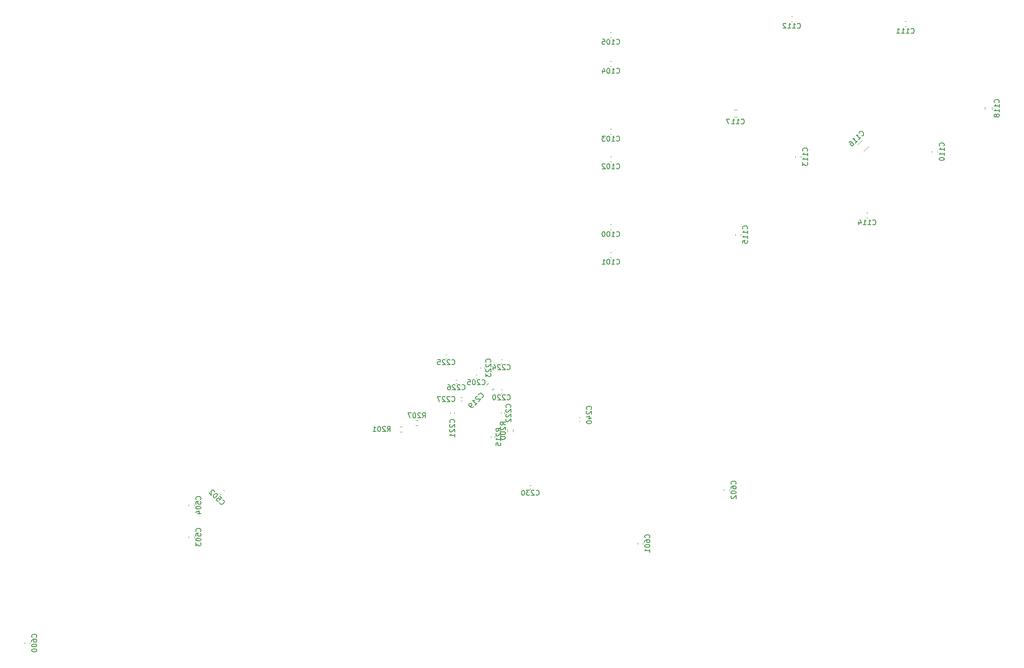
<source format=gbo>
G04 #@! TF.GenerationSoftware,KiCad,Pcbnew,5.1.9*
G04 #@! TF.CreationDate,2020-12-27T07:37:23+01:00*
G04 #@! TF.ProjectId,atx040-main-pcb,61747830-3430-42d6-9d61-696e2d706362,rev?*
G04 #@! TF.SameCoordinates,Original*
G04 #@! TF.FileFunction,Legend,Bot*
G04 #@! TF.FilePolarity,Positive*
%FSLAX46Y46*%
G04 Gerber Fmt 4.6, Leading zero omitted, Abs format (unit mm)*
G04 Created by KiCad (PCBNEW 5.1.9) date 2020-12-27 07:37:23*
%MOMM*%
%LPD*%
G01*
G04 APERTURE LIST*
%ADD10C,0.120000*%
%ADD11C,0.150000*%
G04 APERTURE END LIST*
D10*
X174750000Y-144920580D02*
X174750000Y-144639420D01*
X175770000Y-144920580D02*
X175770000Y-144639420D01*
X157605000Y-155575580D02*
X157605000Y-155294420D01*
X158625000Y-155575580D02*
X158625000Y-155294420D01*
X35685000Y-175400580D02*
X35685000Y-175119420D01*
X36705000Y-175400580D02*
X36705000Y-175119420D01*
X128370000Y-134403641D02*
X128370000Y-134096359D01*
X129130000Y-134403641D02*
X129130000Y-134096359D01*
X228065000Y-69095252D02*
X228065000Y-68572748D01*
X226595000Y-69095252D02*
X226595000Y-68572748D01*
X176776748Y-70585000D02*
X177299252Y-70585000D01*
X176776748Y-69115000D02*
X177299252Y-69115000D01*
X202297464Y-75053602D02*
X201291602Y-76059464D01*
X203584398Y-76340536D02*
X202578536Y-77346398D01*
X178056000Y-94120580D02*
X178056000Y-93839420D01*
X177036000Y-94120580D02*
X177036000Y-93839420D01*
X203059420Y-90680000D02*
X203340580Y-90680000D01*
X203059420Y-89660000D02*
X203340580Y-89660000D01*
X189994000Y-78626580D02*
X189994000Y-78345420D01*
X188974000Y-78626580D02*
X188974000Y-78345420D01*
X188073420Y-51564000D02*
X188354580Y-51564000D01*
X188073420Y-50544000D02*
X188354580Y-50544000D01*
X210679420Y-52580000D02*
X210960580Y-52580000D01*
X210679420Y-51560000D02*
X210960580Y-51560000D01*
X217172000Y-77610580D02*
X217172000Y-77329420D01*
X216152000Y-77610580D02*
X216152000Y-77329420D01*
X152109420Y-53740000D02*
X152390580Y-53740000D01*
X152109420Y-54760000D02*
X152390580Y-54760000D01*
X152109420Y-59490000D02*
X152390580Y-59490000D01*
X152109420Y-60510000D02*
X152390580Y-60510000D01*
X152109420Y-72990000D02*
X152390580Y-72990000D01*
X152109420Y-74010000D02*
X152390580Y-74010000D01*
X152109420Y-78490000D02*
X152390580Y-78490000D01*
X152109420Y-79510000D02*
X152390580Y-79510000D01*
X152109420Y-97490000D02*
X152390580Y-97490000D01*
X152109420Y-98510000D02*
X152390580Y-98510000D01*
X152109420Y-91990000D02*
X152390580Y-91990000D01*
X152109420Y-93010000D02*
X152390580Y-93010000D01*
X68324000Y-147968580D02*
X68324000Y-147687420D01*
X69344000Y-147968580D02*
X69344000Y-147687420D01*
X68324000Y-154318580D02*
X68324000Y-154037420D01*
X69344000Y-154318580D02*
X69344000Y-154037420D01*
X75191219Y-144827970D02*
X75390030Y-145026781D01*
X74469970Y-145549219D02*
X74668781Y-145748030D01*
X146107836Y-130390000D02*
X145892164Y-130390000D01*
X146107836Y-131110000D02*
X145892164Y-131110000D01*
X136142164Y-143890000D02*
X136357836Y-143890000D01*
X136142164Y-144610000D02*
X136357836Y-144610000D01*
X122392164Y-126390000D02*
X122607836Y-126390000D01*
X122392164Y-127110000D02*
X122607836Y-127110000D01*
X121392164Y-122890000D02*
X121607836Y-122890000D01*
X121392164Y-123610000D02*
X121607836Y-123610000D01*
X119392164Y-117890000D02*
X119607836Y-117890000D01*
X119392164Y-118610000D02*
X119607836Y-118610000D01*
X130392164Y-118890000D02*
X130607836Y-118890000D01*
X130392164Y-119610000D02*
X130607836Y-119610000D01*
X126390000Y-120607836D02*
X126390000Y-120392164D01*
X127110000Y-120607836D02*
X127110000Y-120392164D01*
X130390000Y-129607836D02*
X130390000Y-129392164D01*
X131110000Y-129607836D02*
X131110000Y-129392164D01*
X120390000Y-129607836D02*
X120390000Y-129392164D01*
X121110000Y-129607836D02*
X121110000Y-129392164D01*
X130392164Y-124890000D02*
X130607836Y-124890000D01*
X130392164Y-125610000D02*
X130607836Y-125610000D01*
X127545543Y-123915010D02*
X127915010Y-123545543D01*
X128584990Y-124954457D02*
X128954457Y-124584990D01*
X125392164Y-121890000D02*
X125607836Y-121890000D01*
X125392164Y-122610000D02*
X125607836Y-122610000D01*
X113902258Y-130922500D02*
X113427742Y-130922500D01*
X113902258Y-131967500D02*
X113427742Y-131967500D01*
X110727258Y-132192500D02*
X110252742Y-132192500D01*
X110727258Y-133237500D02*
X110252742Y-133237500D01*
X131727500Y-132762742D02*
X131727500Y-133237258D01*
X132772500Y-132762742D02*
X132772500Y-133237258D01*
D11*
X177047142Y-143660952D02*
X177094761Y-143613333D01*
X177142380Y-143470476D01*
X177142380Y-143375238D01*
X177094761Y-143232380D01*
X176999523Y-143137142D01*
X176904285Y-143089523D01*
X176713809Y-143041904D01*
X176570952Y-143041904D01*
X176380476Y-143089523D01*
X176285238Y-143137142D01*
X176190000Y-143232380D01*
X176142380Y-143375238D01*
X176142380Y-143470476D01*
X176190000Y-143613333D01*
X176237619Y-143660952D01*
X176142380Y-144518095D02*
X176142380Y-144327619D01*
X176190000Y-144232380D01*
X176237619Y-144184761D01*
X176380476Y-144089523D01*
X176570952Y-144041904D01*
X176951904Y-144041904D01*
X177047142Y-144089523D01*
X177094761Y-144137142D01*
X177142380Y-144232380D01*
X177142380Y-144422857D01*
X177094761Y-144518095D01*
X177047142Y-144565714D01*
X176951904Y-144613333D01*
X176713809Y-144613333D01*
X176618571Y-144565714D01*
X176570952Y-144518095D01*
X176523333Y-144422857D01*
X176523333Y-144232380D01*
X176570952Y-144137142D01*
X176618571Y-144089523D01*
X176713809Y-144041904D01*
X176142380Y-145232380D02*
X176142380Y-145327619D01*
X176190000Y-145422857D01*
X176237619Y-145470476D01*
X176332857Y-145518095D01*
X176523333Y-145565714D01*
X176761428Y-145565714D01*
X176951904Y-145518095D01*
X177047142Y-145470476D01*
X177094761Y-145422857D01*
X177142380Y-145327619D01*
X177142380Y-145232380D01*
X177094761Y-145137142D01*
X177047142Y-145089523D01*
X176951904Y-145041904D01*
X176761428Y-144994285D01*
X176523333Y-144994285D01*
X176332857Y-145041904D01*
X176237619Y-145089523D01*
X176190000Y-145137142D01*
X176142380Y-145232380D01*
X176237619Y-145946666D02*
X176190000Y-145994285D01*
X176142380Y-146089523D01*
X176142380Y-146327619D01*
X176190000Y-146422857D01*
X176237619Y-146470476D01*
X176332857Y-146518095D01*
X176428095Y-146518095D01*
X176570952Y-146470476D01*
X177142380Y-145899047D01*
X177142380Y-146518095D01*
X159902142Y-154315952D02*
X159949761Y-154268333D01*
X159997380Y-154125476D01*
X159997380Y-154030238D01*
X159949761Y-153887380D01*
X159854523Y-153792142D01*
X159759285Y-153744523D01*
X159568809Y-153696904D01*
X159425952Y-153696904D01*
X159235476Y-153744523D01*
X159140238Y-153792142D01*
X159045000Y-153887380D01*
X158997380Y-154030238D01*
X158997380Y-154125476D01*
X159045000Y-154268333D01*
X159092619Y-154315952D01*
X158997380Y-155173095D02*
X158997380Y-154982619D01*
X159045000Y-154887380D01*
X159092619Y-154839761D01*
X159235476Y-154744523D01*
X159425952Y-154696904D01*
X159806904Y-154696904D01*
X159902142Y-154744523D01*
X159949761Y-154792142D01*
X159997380Y-154887380D01*
X159997380Y-155077857D01*
X159949761Y-155173095D01*
X159902142Y-155220714D01*
X159806904Y-155268333D01*
X159568809Y-155268333D01*
X159473571Y-155220714D01*
X159425952Y-155173095D01*
X159378333Y-155077857D01*
X159378333Y-154887380D01*
X159425952Y-154792142D01*
X159473571Y-154744523D01*
X159568809Y-154696904D01*
X158997380Y-155887380D02*
X158997380Y-155982619D01*
X159045000Y-156077857D01*
X159092619Y-156125476D01*
X159187857Y-156173095D01*
X159378333Y-156220714D01*
X159616428Y-156220714D01*
X159806904Y-156173095D01*
X159902142Y-156125476D01*
X159949761Y-156077857D01*
X159997380Y-155982619D01*
X159997380Y-155887380D01*
X159949761Y-155792142D01*
X159902142Y-155744523D01*
X159806904Y-155696904D01*
X159616428Y-155649285D01*
X159378333Y-155649285D01*
X159187857Y-155696904D01*
X159092619Y-155744523D01*
X159045000Y-155792142D01*
X158997380Y-155887380D01*
X159997380Y-157173095D02*
X159997380Y-156601666D01*
X159997380Y-156887380D02*
X158997380Y-156887380D01*
X159140238Y-156792142D01*
X159235476Y-156696904D01*
X159283095Y-156601666D01*
X37982142Y-174140952D02*
X38029761Y-174093333D01*
X38077380Y-173950476D01*
X38077380Y-173855238D01*
X38029761Y-173712380D01*
X37934523Y-173617142D01*
X37839285Y-173569523D01*
X37648809Y-173521904D01*
X37505952Y-173521904D01*
X37315476Y-173569523D01*
X37220238Y-173617142D01*
X37125000Y-173712380D01*
X37077380Y-173855238D01*
X37077380Y-173950476D01*
X37125000Y-174093333D01*
X37172619Y-174140952D01*
X37077380Y-174998095D02*
X37077380Y-174807619D01*
X37125000Y-174712380D01*
X37172619Y-174664761D01*
X37315476Y-174569523D01*
X37505952Y-174521904D01*
X37886904Y-174521904D01*
X37982142Y-174569523D01*
X38029761Y-174617142D01*
X38077380Y-174712380D01*
X38077380Y-174902857D01*
X38029761Y-174998095D01*
X37982142Y-175045714D01*
X37886904Y-175093333D01*
X37648809Y-175093333D01*
X37553571Y-175045714D01*
X37505952Y-174998095D01*
X37458333Y-174902857D01*
X37458333Y-174712380D01*
X37505952Y-174617142D01*
X37553571Y-174569523D01*
X37648809Y-174521904D01*
X37077380Y-175712380D02*
X37077380Y-175807619D01*
X37125000Y-175902857D01*
X37172619Y-175950476D01*
X37267857Y-175998095D01*
X37458333Y-176045714D01*
X37696428Y-176045714D01*
X37886904Y-175998095D01*
X37982142Y-175950476D01*
X38029761Y-175902857D01*
X38077380Y-175807619D01*
X38077380Y-175712380D01*
X38029761Y-175617142D01*
X37982142Y-175569523D01*
X37886904Y-175521904D01*
X37696428Y-175474285D01*
X37458333Y-175474285D01*
X37267857Y-175521904D01*
X37172619Y-175569523D01*
X37125000Y-175617142D01*
X37077380Y-175712380D01*
X37077380Y-176664761D02*
X37077380Y-176760000D01*
X37125000Y-176855238D01*
X37172619Y-176902857D01*
X37267857Y-176950476D01*
X37458333Y-176998095D01*
X37696428Y-176998095D01*
X37886904Y-176950476D01*
X37982142Y-176902857D01*
X38029761Y-176855238D01*
X38077380Y-176760000D01*
X38077380Y-176664761D01*
X38029761Y-176569523D01*
X37982142Y-176521904D01*
X37886904Y-176474285D01*
X37696428Y-176426666D01*
X37458333Y-176426666D01*
X37267857Y-176474285D01*
X37172619Y-176521904D01*
X37125000Y-176569523D01*
X37077380Y-176664761D01*
X130372380Y-133130952D02*
X129896190Y-132797619D01*
X130372380Y-132559523D02*
X129372380Y-132559523D01*
X129372380Y-132940476D01*
X129420000Y-133035714D01*
X129467619Y-133083333D01*
X129562857Y-133130952D01*
X129705714Y-133130952D01*
X129800952Y-133083333D01*
X129848571Y-133035714D01*
X129896190Y-132940476D01*
X129896190Y-132559523D01*
X129467619Y-133511904D02*
X129420000Y-133559523D01*
X129372380Y-133654761D01*
X129372380Y-133892857D01*
X129420000Y-133988095D01*
X129467619Y-134035714D01*
X129562857Y-134083333D01*
X129658095Y-134083333D01*
X129800952Y-134035714D01*
X130372380Y-133464285D01*
X130372380Y-134083333D01*
X130372380Y-135035714D02*
X130372380Y-134464285D01*
X130372380Y-134750000D02*
X129372380Y-134750000D01*
X129515238Y-134654761D01*
X129610476Y-134559523D01*
X129658095Y-134464285D01*
X129372380Y-135940476D02*
X129372380Y-135464285D01*
X129848571Y-135416666D01*
X129800952Y-135464285D01*
X129753333Y-135559523D01*
X129753333Y-135797619D01*
X129800952Y-135892857D01*
X129848571Y-135940476D01*
X129943809Y-135988095D01*
X130181904Y-135988095D01*
X130277142Y-135940476D01*
X130324761Y-135892857D01*
X130372380Y-135797619D01*
X130372380Y-135559523D01*
X130324761Y-135464285D01*
X130277142Y-135416666D01*
X229367142Y-67714952D02*
X229414761Y-67667333D01*
X229462380Y-67524476D01*
X229462380Y-67429238D01*
X229414761Y-67286380D01*
X229319523Y-67191142D01*
X229224285Y-67143523D01*
X229033809Y-67095904D01*
X228890952Y-67095904D01*
X228700476Y-67143523D01*
X228605238Y-67191142D01*
X228510000Y-67286380D01*
X228462380Y-67429238D01*
X228462380Y-67524476D01*
X228510000Y-67667333D01*
X228557619Y-67714952D01*
X229462380Y-68667333D02*
X229462380Y-68095904D01*
X229462380Y-68381619D02*
X228462380Y-68381619D01*
X228605238Y-68286380D01*
X228700476Y-68191142D01*
X228748095Y-68095904D01*
X229462380Y-69619714D02*
X229462380Y-69048285D01*
X229462380Y-69334000D02*
X228462380Y-69334000D01*
X228605238Y-69238761D01*
X228700476Y-69143523D01*
X228748095Y-69048285D01*
X228890952Y-70191142D02*
X228843333Y-70095904D01*
X228795714Y-70048285D01*
X228700476Y-70000666D01*
X228652857Y-70000666D01*
X228557619Y-70048285D01*
X228510000Y-70095904D01*
X228462380Y-70191142D01*
X228462380Y-70381619D01*
X228510000Y-70476857D01*
X228557619Y-70524476D01*
X228652857Y-70572095D01*
X228700476Y-70572095D01*
X228795714Y-70524476D01*
X228843333Y-70476857D01*
X228890952Y-70381619D01*
X228890952Y-70191142D01*
X228938571Y-70095904D01*
X228986190Y-70048285D01*
X229081428Y-70000666D01*
X229271904Y-70000666D01*
X229367142Y-70048285D01*
X229414761Y-70095904D01*
X229462380Y-70191142D01*
X229462380Y-70381619D01*
X229414761Y-70476857D01*
X229367142Y-70524476D01*
X229271904Y-70572095D01*
X229081428Y-70572095D01*
X228986190Y-70524476D01*
X228938571Y-70476857D01*
X228890952Y-70381619D01*
X178157047Y-71887142D02*
X178204666Y-71934761D01*
X178347523Y-71982380D01*
X178442761Y-71982380D01*
X178585619Y-71934761D01*
X178680857Y-71839523D01*
X178728476Y-71744285D01*
X178776095Y-71553809D01*
X178776095Y-71410952D01*
X178728476Y-71220476D01*
X178680857Y-71125238D01*
X178585619Y-71030000D01*
X178442761Y-70982380D01*
X178347523Y-70982380D01*
X178204666Y-71030000D01*
X178157047Y-71077619D01*
X177204666Y-71982380D02*
X177776095Y-71982380D01*
X177490380Y-71982380D02*
X177490380Y-70982380D01*
X177585619Y-71125238D01*
X177680857Y-71220476D01*
X177776095Y-71268095D01*
X176252285Y-71982380D02*
X176823714Y-71982380D01*
X176538000Y-71982380D02*
X176538000Y-70982380D01*
X176633238Y-71125238D01*
X176728476Y-71220476D01*
X176823714Y-71268095D01*
X175918952Y-70982380D02*
X175252285Y-70982380D01*
X175680857Y-71982380D01*
X202173676Y-74353103D02*
X202241019Y-74353103D01*
X202375706Y-74285760D01*
X202443050Y-74218416D01*
X202510393Y-74083729D01*
X202510393Y-73949042D01*
X202476722Y-73848027D01*
X202375706Y-73679668D01*
X202274691Y-73578653D01*
X202106332Y-73477638D01*
X202005317Y-73443966D01*
X201870630Y-73443966D01*
X201735943Y-73511310D01*
X201668600Y-73578653D01*
X201601256Y-73713340D01*
X201601256Y-73780684D01*
X201567584Y-75093882D02*
X201971645Y-74689821D01*
X201769615Y-74891852D02*
X201062508Y-74184745D01*
X201230867Y-74218416D01*
X201365554Y-74218416D01*
X201466569Y-74184745D01*
X200894149Y-75767317D02*
X201298210Y-75363256D01*
X201096180Y-75565287D02*
X200389073Y-74858180D01*
X200557432Y-74891852D01*
X200692119Y-74891852D01*
X200793134Y-74858180D01*
X199580951Y-75666302D02*
X199715638Y-75531615D01*
X199816653Y-75497943D01*
X199883997Y-75497943D01*
X200052355Y-75531615D01*
X200220714Y-75632630D01*
X200490088Y-75902004D01*
X200523760Y-76003019D01*
X200523760Y-76070363D01*
X200490088Y-76171378D01*
X200355401Y-76306065D01*
X200254386Y-76339737D01*
X200187042Y-76339737D01*
X200086027Y-76306065D01*
X199917668Y-76137706D01*
X199883997Y-76036691D01*
X199883997Y-75969348D01*
X199917668Y-75868332D01*
X200052355Y-75733645D01*
X200153371Y-75699974D01*
X200220714Y-75699974D01*
X200321729Y-75733645D01*
X179333142Y-92860952D02*
X179380761Y-92813333D01*
X179428380Y-92670476D01*
X179428380Y-92575238D01*
X179380761Y-92432380D01*
X179285523Y-92337142D01*
X179190285Y-92289523D01*
X178999809Y-92241904D01*
X178856952Y-92241904D01*
X178666476Y-92289523D01*
X178571238Y-92337142D01*
X178476000Y-92432380D01*
X178428380Y-92575238D01*
X178428380Y-92670476D01*
X178476000Y-92813333D01*
X178523619Y-92860952D01*
X179428380Y-93813333D02*
X179428380Y-93241904D01*
X179428380Y-93527619D02*
X178428380Y-93527619D01*
X178571238Y-93432380D01*
X178666476Y-93337142D01*
X178714095Y-93241904D01*
X179428380Y-94765714D02*
X179428380Y-94194285D01*
X179428380Y-94480000D02*
X178428380Y-94480000D01*
X178571238Y-94384761D01*
X178666476Y-94289523D01*
X178714095Y-94194285D01*
X178428380Y-95670476D02*
X178428380Y-95194285D01*
X178904571Y-95146666D01*
X178856952Y-95194285D01*
X178809333Y-95289523D01*
X178809333Y-95527619D01*
X178856952Y-95622857D01*
X178904571Y-95670476D01*
X178999809Y-95718095D01*
X179237904Y-95718095D01*
X179333142Y-95670476D01*
X179380761Y-95622857D01*
X179428380Y-95527619D01*
X179428380Y-95289523D01*
X179380761Y-95194285D01*
X179333142Y-95146666D01*
X204319047Y-91957142D02*
X204366666Y-92004761D01*
X204509523Y-92052380D01*
X204604761Y-92052380D01*
X204747619Y-92004761D01*
X204842857Y-91909523D01*
X204890476Y-91814285D01*
X204938095Y-91623809D01*
X204938095Y-91480952D01*
X204890476Y-91290476D01*
X204842857Y-91195238D01*
X204747619Y-91100000D01*
X204604761Y-91052380D01*
X204509523Y-91052380D01*
X204366666Y-91100000D01*
X204319047Y-91147619D01*
X203366666Y-92052380D02*
X203938095Y-92052380D01*
X203652380Y-92052380D02*
X203652380Y-91052380D01*
X203747619Y-91195238D01*
X203842857Y-91290476D01*
X203938095Y-91338095D01*
X202414285Y-92052380D02*
X202985714Y-92052380D01*
X202700000Y-92052380D02*
X202700000Y-91052380D01*
X202795238Y-91195238D01*
X202890476Y-91290476D01*
X202985714Y-91338095D01*
X201557142Y-91385714D02*
X201557142Y-92052380D01*
X201795238Y-91004761D02*
X202033333Y-91719047D01*
X201414285Y-91719047D01*
X191271142Y-77366952D02*
X191318761Y-77319333D01*
X191366380Y-77176476D01*
X191366380Y-77081238D01*
X191318761Y-76938380D01*
X191223523Y-76843142D01*
X191128285Y-76795523D01*
X190937809Y-76747904D01*
X190794952Y-76747904D01*
X190604476Y-76795523D01*
X190509238Y-76843142D01*
X190414000Y-76938380D01*
X190366380Y-77081238D01*
X190366380Y-77176476D01*
X190414000Y-77319333D01*
X190461619Y-77366952D01*
X191366380Y-78319333D02*
X191366380Y-77747904D01*
X191366380Y-78033619D02*
X190366380Y-78033619D01*
X190509238Y-77938380D01*
X190604476Y-77843142D01*
X190652095Y-77747904D01*
X191366380Y-79271714D02*
X191366380Y-78700285D01*
X191366380Y-78986000D02*
X190366380Y-78986000D01*
X190509238Y-78890761D01*
X190604476Y-78795523D01*
X190652095Y-78700285D01*
X190366380Y-79605047D02*
X190366380Y-80224095D01*
X190747333Y-79890761D01*
X190747333Y-80033619D01*
X190794952Y-80128857D01*
X190842571Y-80176476D01*
X190937809Y-80224095D01*
X191175904Y-80224095D01*
X191271142Y-80176476D01*
X191318761Y-80128857D01*
X191366380Y-80033619D01*
X191366380Y-79747904D01*
X191318761Y-79652666D01*
X191271142Y-79605047D01*
X189333047Y-52841142D02*
X189380666Y-52888761D01*
X189523523Y-52936380D01*
X189618761Y-52936380D01*
X189761619Y-52888761D01*
X189856857Y-52793523D01*
X189904476Y-52698285D01*
X189952095Y-52507809D01*
X189952095Y-52364952D01*
X189904476Y-52174476D01*
X189856857Y-52079238D01*
X189761619Y-51984000D01*
X189618761Y-51936380D01*
X189523523Y-51936380D01*
X189380666Y-51984000D01*
X189333047Y-52031619D01*
X188380666Y-52936380D02*
X188952095Y-52936380D01*
X188666380Y-52936380D02*
X188666380Y-51936380D01*
X188761619Y-52079238D01*
X188856857Y-52174476D01*
X188952095Y-52222095D01*
X187428285Y-52936380D02*
X187999714Y-52936380D01*
X187714000Y-52936380D02*
X187714000Y-51936380D01*
X187809238Y-52079238D01*
X187904476Y-52174476D01*
X187999714Y-52222095D01*
X187047333Y-52031619D02*
X186999714Y-51984000D01*
X186904476Y-51936380D01*
X186666380Y-51936380D01*
X186571142Y-51984000D01*
X186523523Y-52031619D01*
X186475904Y-52126857D01*
X186475904Y-52222095D01*
X186523523Y-52364952D01*
X187094952Y-52936380D01*
X186475904Y-52936380D01*
X211939047Y-53857142D02*
X211986666Y-53904761D01*
X212129523Y-53952380D01*
X212224761Y-53952380D01*
X212367619Y-53904761D01*
X212462857Y-53809523D01*
X212510476Y-53714285D01*
X212558095Y-53523809D01*
X212558095Y-53380952D01*
X212510476Y-53190476D01*
X212462857Y-53095238D01*
X212367619Y-53000000D01*
X212224761Y-52952380D01*
X212129523Y-52952380D01*
X211986666Y-53000000D01*
X211939047Y-53047619D01*
X210986666Y-53952380D02*
X211558095Y-53952380D01*
X211272380Y-53952380D02*
X211272380Y-52952380D01*
X211367619Y-53095238D01*
X211462857Y-53190476D01*
X211558095Y-53238095D01*
X210034285Y-53952380D02*
X210605714Y-53952380D01*
X210320000Y-53952380D02*
X210320000Y-52952380D01*
X210415238Y-53095238D01*
X210510476Y-53190476D01*
X210605714Y-53238095D01*
X209081904Y-53952380D02*
X209653333Y-53952380D01*
X209367619Y-53952380D02*
X209367619Y-52952380D01*
X209462857Y-53095238D01*
X209558095Y-53190476D01*
X209653333Y-53238095D01*
X218449142Y-76350952D02*
X218496761Y-76303333D01*
X218544380Y-76160476D01*
X218544380Y-76065238D01*
X218496761Y-75922380D01*
X218401523Y-75827142D01*
X218306285Y-75779523D01*
X218115809Y-75731904D01*
X217972952Y-75731904D01*
X217782476Y-75779523D01*
X217687238Y-75827142D01*
X217592000Y-75922380D01*
X217544380Y-76065238D01*
X217544380Y-76160476D01*
X217592000Y-76303333D01*
X217639619Y-76350952D01*
X218544380Y-77303333D02*
X218544380Y-76731904D01*
X218544380Y-77017619D02*
X217544380Y-77017619D01*
X217687238Y-76922380D01*
X217782476Y-76827142D01*
X217830095Y-76731904D01*
X218544380Y-78255714D02*
X218544380Y-77684285D01*
X218544380Y-77970000D02*
X217544380Y-77970000D01*
X217687238Y-77874761D01*
X217782476Y-77779523D01*
X217830095Y-77684285D01*
X217544380Y-78874761D02*
X217544380Y-78970000D01*
X217592000Y-79065238D01*
X217639619Y-79112857D01*
X217734857Y-79160476D01*
X217925333Y-79208095D01*
X218163428Y-79208095D01*
X218353904Y-79160476D01*
X218449142Y-79112857D01*
X218496761Y-79065238D01*
X218544380Y-78970000D01*
X218544380Y-78874761D01*
X218496761Y-78779523D01*
X218449142Y-78731904D01*
X218353904Y-78684285D01*
X218163428Y-78636666D01*
X217925333Y-78636666D01*
X217734857Y-78684285D01*
X217639619Y-78731904D01*
X217592000Y-78779523D01*
X217544380Y-78874761D01*
X153369047Y-56037142D02*
X153416666Y-56084761D01*
X153559523Y-56132380D01*
X153654761Y-56132380D01*
X153797619Y-56084761D01*
X153892857Y-55989523D01*
X153940476Y-55894285D01*
X153988095Y-55703809D01*
X153988095Y-55560952D01*
X153940476Y-55370476D01*
X153892857Y-55275238D01*
X153797619Y-55180000D01*
X153654761Y-55132380D01*
X153559523Y-55132380D01*
X153416666Y-55180000D01*
X153369047Y-55227619D01*
X152416666Y-56132380D02*
X152988095Y-56132380D01*
X152702380Y-56132380D02*
X152702380Y-55132380D01*
X152797619Y-55275238D01*
X152892857Y-55370476D01*
X152988095Y-55418095D01*
X151797619Y-55132380D02*
X151702380Y-55132380D01*
X151607142Y-55180000D01*
X151559523Y-55227619D01*
X151511904Y-55322857D01*
X151464285Y-55513333D01*
X151464285Y-55751428D01*
X151511904Y-55941904D01*
X151559523Y-56037142D01*
X151607142Y-56084761D01*
X151702380Y-56132380D01*
X151797619Y-56132380D01*
X151892857Y-56084761D01*
X151940476Y-56037142D01*
X151988095Y-55941904D01*
X152035714Y-55751428D01*
X152035714Y-55513333D01*
X151988095Y-55322857D01*
X151940476Y-55227619D01*
X151892857Y-55180000D01*
X151797619Y-55132380D01*
X150559523Y-55132380D02*
X151035714Y-55132380D01*
X151083333Y-55608571D01*
X151035714Y-55560952D01*
X150940476Y-55513333D01*
X150702380Y-55513333D01*
X150607142Y-55560952D01*
X150559523Y-55608571D01*
X150511904Y-55703809D01*
X150511904Y-55941904D01*
X150559523Y-56037142D01*
X150607142Y-56084761D01*
X150702380Y-56132380D01*
X150940476Y-56132380D01*
X151035714Y-56084761D01*
X151083333Y-56037142D01*
X153369047Y-61787142D02*
X153416666Y-61834761D01*
X153559523Y-61882380D01*
X153654761Y-61882380D01*
X153797619Y-61834761D01*
X153892857Y-61739523D01*
X153940476Y-61644285D01*
X153988095Y-61453809D01*
X153988095Y-61310952D01*
X153940476Y-61120476D01*
X153892857Y-61025238D01*
X153797619Y-60930000D01*
X153654761Y-60882380D01*
X153559523Y-60882380D01*
X153416666Y-60930000D01*
X153369047Y-60977619D01*
X152416666Y-61882380D02*
X152988095Y-61882380D01*
X152702380Y-61882380D02*
X152702380Y-60882380D01*
X152797619Y-61025238D01*
X152892857Y-61120476D01*
X152988095Y-61168095D01*
X151797619Y-60882380D02*
X151702380Y-60882380D01*
X151607142Y-60930000D01*
X151559523Y-60977619D01*
X151511904Y-61072857D01*
X151464285Y-61263333D01*
X151464285Y-61501428D01*
X151511904Y-61691904D01*
X151559523Y-61787142D01*
X151607142Y-61834761D01*
X151702380Y-61882380D01*
X151797619Y-61882380D01*
X151892857Y-61834761D01*
X151940476Y-61787142D01*
X151988095Y-61691904D01*
X152035714Y-61501428D01*
X152035714Y-61263333D01*
X151988095Y-61072857D01*
X151940476Y-60977619D01*
X151892857Y-60930000D01*
X151797619Y-60882380D01*
X150607142Y-61215714D02*
X150607142Y-61882380D01*
X150845238Y-60834761D02*
X151083333Y-61549047D01*
X150464285Y-61549047D01*
X153369047Y-75287142D02*
X153416666Y-75334761D01*
X153559523Y-75382380D01*
X153654761Y-75382380D01*
X153797619Y-75334761D01*
X153892857Y-75239523D01*
X153940476Y-75144285D01*
X153988095Y-74953809D01*
X153988095Y-74810952D01*
X153940476Y-74620476D01*
X153892857Y-74525238D01*
X153797619Y-74430000D01*
X153654761Y-74382380D01*
X153559523Y-74382380D01*
X153416666Y-74430000D01*
X153369047Y-74477619D01*
X152416666Y-75382380D02*
X152988095Y-75382380D01*
X152702380Y-75382380D02*
X152702380Y-74382380D01*
X152797619Y-74525238D01*
X152892857Y-74620476D01*
X152988095Y-74668095D01*
X151797619Y-74382380D02*
X151702380Y-74382380D01*
X151607142Y-74430000D01*
X151559523Y-74477619D01*
X151511904Y-74572857D01*
X151464285Y-74763333D01*
X151464285Y-75001428D01*
X151511904Y-75191904D01*
X151559523Y-75287142D01*
X151607142Y-75334761D01*
X151702380Y-75382380D01*
X151797619Y-75382380D01*
X151892857Y-75334761D01*
X151940476Y-75287142D01*
X151988095Y-75191904D01*
X152035714Y-75001428D01*
X152035714Y-74763333D01*
X151988095Y-74572857D01*
X151940476Y-74477619D01*
X151892857Y-74430000D01*
X151797619Y-74382380D01*
X151130952Y-74382380D02*
X150511904Y-74382380D01*
X150845238Y-74763333D01*
X150702380Y-74763333D01*
X150607142Y-74810952D01*
X150559523Y-74858571D01*
X150511904Y-74953809D01*
X150511904Y-75191904D01*
X150559523Y-75287142D01*
X150607142Y-75334761D01*
X150702380Y-75382380D01*
X150988095Y-75382380D01*
X151083333Y-75334761D01*
X151130952Y-75287142D01*
X153369047Y-80787142D02*
X153416666Y-80834761D01*
X153559523Y-80882380D01*
X153654761Y-80882380D01*
X153797619Y-80834761D01*
X153892857Y-80739523D01*
X153940476Y-80644285D01*
X153988095Y-80453809D01*
X153988095Y-80310952D01*
X153940476Y-80120476D01*
X153892857Y-80025238D01*
X153797619Y-79930000D01*
X153654761Y-79882380D01*
X153559523Y-79882380D01*
X153416666Y-79930000D01*
X153369047Y-79977619D01*
X152416666Y-80882380D02*
X152988095Y-80882380D01*
X152702380Y-80882380D02*
X152702380Y-79882380D01*
X152797619Y-80025238D01*
X152892857Y-80120476D01*
X152988095Y-80168095D01*
X151797619Y-79882380D02*
X151702380Y-79882380D01*
X151607142Y-79930000D01*
X151559523Y-79977619D01*
X151511904Y-80072857D01*
X151464285Y-80263333D01*
X151464285Y-80501428D01*
X151511904Y-80691904D01*
X151559523Y-80787142D01*
X151607142Y-80834761D01*
X151702380Y-80882380D01*
X151797619Y-80882380D01*
X151892857Y-80834761D01*
X151940476Y-80787142D01*
X151988095Y-80691904D01*
X152035714Y-80501428D01*
X152035714Y-80263333D01*
X151988095Y-80072857D01*
X151940476Y-79977619D01*
X151892857Y-79930000D01*
X151797619Y-79882380D01*
X151083333Y-79977619D02*
X151035714Y-79930000D01*
X150940476Y-79882380D01*
X150702380Y-79882380D01*
X150607142Y-79930000D01*
X150559523Y-79977619D01*
X150511904Y-80072857D01*
X150511904Y-80168095D01*
X150559523Y-80310952D01*
X151130952Y-80882380D01*
X150511904Y-80882380D01*
X153369047Y-99787142D02*
X153416666Y-99834761D01*
X153559523Y-99882380D01*
X153654761Y-99882380D01*
X153797619Y-99834761D01*
X153892857Y-99739523D01*
X153940476Y-99644285D01*
X153988095Y-99453809D01*
X153988095Y-99310952D01*
X153940476Y-99120476D01*
X153892857Y-99025238D01*
X153797619Y-98930000D01*
X153654761Y-98882380D01*
X153559523Y-98882380D01*
X153416666Y-98930000D01*
X153369047Y-98977619D01*
X152416666Y-99882380D02*
X152988095Y-99882380D01*
X152702380Y-99882380D02*
X152702380Y-98882380D01*
X152797619Y-99025238D01*
X152892857Y-99120476D01*
X152988095Y-99168095D01*
X151797619Y-98882380D02*
X151702380Y-98882380D01*
X151607142Y-98930000D01*
X151559523Y-98977619D01*
X151511904Y-99072857D01*
X151464285Y-99263333D01*
X151464285Y-99501428D01*
X151511904Y-99691904D01*
X151559523Y-99787142D01*
X151607142Y-99834761D01*
X151702380Y-99882380D01*
X151797619Y-99882380D01*
X151892857Y-99834761D01*
X151940476Y-99787142D01*
X151988095Y-99691904D01*
X152035714Y-99501428D01*
X152035714Y-99263333D01*
X151988095Y-99072857D01*
X151940476Y-98977619D01*
X151892857Y-98930000D01*
X151797619Y-98882380D01*
X150511904Y-99882380D02*
X151083333Y-99882380D01*
X150797619Y-99882380D02*
X150797619Y-98882380D01*
X150892857Y-99025238D01*
X150988095Y-99120476D01*
X151083333Y-99168095D01*
X153369047Y-94287142D02*
X153416666Y-94334761D01*
X153559523Y-94382380D01*
X153654761Y-94382380D01*
X153797619Y-94334761D01*
X153892857Y-94239523D01*
X153940476Y-94144285D01*
X153988095Y-93953809D01*
X153988095Y-93810952D01*
X153940476Y-93620476D01*
X153892857Y-93525238D01*
X153797619Y-93430000D01*
X153654761Y-93382380D01*
X153559523Y-93382380D01*
X153416666Y-93430000D01*
X153369047Y-93477619D01*
X152416666Y-94382380D02*
X152988095Y-94382380D01*
X152702380Y-94382380D02*
X152702380Y-93382380D01*
X152797619Y-93525238D01*
X152892857Y-93620476D01*
X152988095Y-93668095D01*
X151797619Y-93382380D02*
X151702380Y-93382380D01*
X151607142Y-93430000D01*
X151559523Y-93477619D01*
X151511904Y-93572857D01*
X151464285Y-93763333D01*
X151464285Y-94001428D01*
X151511904Y-94191904D01*
X151559523Y-94287142D01*
X151607142Y-94334761D01*
X151702380Y-94382380D01*
X151797619Y-94382380D01*
X151892857Y-94334761D01*
X151940476Y-94287142D01*
X151988095Y-94191904D01*
X152035714Y-94001428D01*
X152035714Y-93763333D01*
X151988095Y-93572857D01*
X151940476Y-93477619D01*
X151892857Y-93430000D01*
X151797619Y-93382380D01*
X150845238Y-93382380D02*
X150750000Y-93382380D01*
X150654761Y-93430000D01*
X150607142Y-93477619D01*
X150559523Y-93572857D01*
X150511904Y-93763333D01*
X150511904Y-94001428D01*
X150559523Y-94191904D01*
X150607142Y-94287142D01*
X150654761Y-94334761D01*
X150750000Y-94382380D01*
X150845238Y-94382380D01*
X150940476Y-94334761D01*
X150988095Y-94287142D01*
X151035714Y-94191904D01*
X151083333Y-94001428D01*
X151083333Y-93763333D01*
X151035714Y-93572857D01*
X150988095Y-93477619D01*
X150940476Y-93430000D01*
X150845238Y-93382380D01*
X70621142Y-146708952D02*
X70668761Y-146661333D01*
X70716380Y-146518476D01*
X70716380Y-146423238D01*
X70668761Y-146280380D01*
X70573523Y-146185142D01*
X70478285Y-146137523D01*
X70287809Y-146089904D01*
X70144952Y-146089904D01*
X69954476Y-146137523D01*
X69859238Y-146185142D01*
X69764000Y-146280380D01*
X69716380Y-146423238D01*
X69716380Y-146518476D01*
X69764000Y-146661333D01*
X69811619Y-146708952D01*
X69716380Y-147613714D02*
X69716380Y-147137523D01*
X70192571Y-147089904D01*
X70144952Y-147137523D01*
X70097333Y-147232761D01*
X70097333Y-147470857D01*
X70144952Y-147566095D01*
X70192571Y-147613714D01*
X70287809Y-147661333D01*
X70525904Y-147661333D01*
X70621142Y-147613714D01*
X70668761Y-147566095D01*
X70716380Y-147470857D01*
X70716380Y-147232761D01*
X70668761Y-147137523D01*
X70621142Y-147089904D01*
X69716380Y-148280380D02*
X69716380Y-148375619D01*
X69764000Y-148470857D01*
X69811619Y-148518476D01*
X69906857Y-148566095D01*
X70097333Y-148613714D01*
X70335428Y-148613714D01*
X70525904Y-148566095D01*
X70621142Y-148518476D01*
X70668761Y-148470857D01*
X70716380Y-148375619D01*
X70716380Y-148280380D01*
X70668761Y-148185142D01*
X70621142Y-148137523D01*
X70525904Y-148089904D01*
X70335428Y-148042285D01*
X70097333Y-148042285D01*
X69906857Y-148089904D01*
X69811619Y-148137523D01*
X69764000Y-148185142D01*
X69716380Y-148280380D01*
X70049714Y-149470857D02*
X70716380Y-149470857D01*
X69668761Y-149232761D02*
X70383047Y-148994666D01*
X70383047Y-149613714D01*
X70621142Y-153058952D02*
X70668761Y-153011333D01*
X70716380Y-152868476D01*
X70716380Y-152773238D01*
X70668761Y-152630380D01*
X70573523Y-152535142D01*
X70478285Y-152487523D01*
X70287809Y-152439904D01*
X70144952Y-152439904D01*
X69954476Y-152487523D01*
X69859238Y-152535142D01*
X69764000Y-152630380D01*
X69716380Y-152773238D01*
X69716380Y-152868476D01*
X69764000Y-153011333D01*
X69811619Y-153058952D01*
X69716380Y-153963714D02*
X69716380Y-153487523D01*
X70192571Y-153439904D01*
X70144952Y-153487523D01*
X70097333Y-153582761D01*
X70097333Y-153820857D01*
X70144952Y-153916095D01*
X70192571Y-153963714D01*
X70287809Y-154011333D01*
X70525904Y-154011333D01*
X70621142Y-153963714D01*
X70668761Y-153916095D01*
X70716380Y-153820857D01*
X70716380Y-153582761D01*
X70668761Y-153487523D01*
X70621142Y-153439904D01*
X69716380Y-154630380D02*
X69716380Y-154725619D01*
X69764000Y-154820857D01*
X69811619Y-154868476D01*
X69906857Y-154916095D01*
X70097333Y-154963714D01*
X70335428Y-154963714D01*
X70525904Y-154916095D01*
X70621142Y-154868476D01*
X70668761Y-154820857D01*
X70716380Y-154725619D01*
X70716380Y-154630380D01*
X70668761Y-154535142D01*
X70621142Y-154487523D01*
X70525904Y-154439904D01*
X70335428Y-154392285D01*
X70097333Y-154392285D01*
X69906857Y-154439904D01*
X69811619Y-154487523D01*
X69764000Y-154535142D01*
X69716380Y-154630380D01*
X69716380Y-155297047D02*
X69716380Y-155916095D01*
X70097333Y-155582761D01*
X70097333Y-155725619D01*
X70144952Y-155820857D01*
X70192571Y-155868476D01*
X70287809Y-155916095D01*
X70525904Y-155916095D01*
X70621142Y-155868476D01*
X70668761Y-155820857D01*
X70716380Y-155725619D01*
X70716380Y-155439904D01*
X70668761Y-155344666D01*
X70621142Y-155297047D01*
X74457585Y-147342987D02*
X74457585Y-147410330D01*
X74524928Y-147545017D01*
X74592272Y-147612361D01*
X74726959Y-147679704D01*
X74861646Y-147679704D01*
X74962661Y-147646033D01*
X75131020Y-147545017D01*
X75232035Y-147444002D01*
X75333050Y-147275643D01*
X75366722Y-147174628D01*
X75366722Y-147039941D01*
X75299378Y-146905254D01*
X75232035Y-146837911D01*
X75097348Y-146770567D01*
X75030004Y-146770567D01*
X74457585Y-146063460D02*
X74794302Y-146400178D01*
X74491256Y-146770567D01*
X74491256Y-146703224D01*
X74457585Y-146602208D01*
X74289226Y-146433850D01*
X74188211Y-146400178D01*
X74120867Y-146400178D01*
X74019852Y-146433850D01*
X73851493Y-146602208D01*
X73817821Y-146703224D01*
X73817821Y-146770567D01*
X73851493Y-146871582D01*
X74019852Y-147039941D01*
X74120867Y-147073613D01*
X74188211Y-147073613D01*
X73986180Y-145592056D02*
X73918837Y-145524712D01*
X73817821Y-145491040D01*
X73750478Y-145491040D01*
X73649462Y-145524712D01*
X73481104Y-145625727D01*
X73312745Y-145794086D01*
X73211730Y-145962445D01*
X73178058Y-146063460D01*
X73178058Y-146130804D01*
X73211730Y-146231819D01*
X73279073Y-146299163D01*
X73380088Y-146332834D01*
X73447432Y-146332834D01*
X73548447Y-146299163D01*
X73716806Y-146198147D01*
X73885165Y-146029788D01*
X73986180Y-145861430D01*
X74019852Y-145760414D01*
X74019852Y-145693071D01*
X73986180Y-145592056D01*
X73413760Y-145154323D02*
X73413760Y-145086979D01*
X73380088Y-144985964D01*
X73211730Y-144817605D01*
X73110714Y-144783934D01*
X73043371Y-144783934D01*
X72942356Y-144817605D01*
X72875012Y-144884949D01*
X72807669Y-145019636D01*
X72807669Y-145827758D01*
X72369936Y-145390025D01*
X148301686Y-128747069D02*
X148349305Y-128699450D01*
X148396924Y-128556593D01*
X148396924Y-128461355D01*
X148349305Y-128318497D01*
X148254067Y-128223259D01*
X148158829Y-128175640D01*
X147968353Y-128128021D01*
X147825496Y-128128021D01*
X147635020Y-128175640D01*
X147539782Y-128223259D01*
X147444544Y-128318497D01*
X147396924Y-128461355D01*
X147396924Y-128556593D01*
X147444544Y-128699450D01*
X147492163Y-128747069D01*
X147492163Y-129128021D02*
X147444544Y-129175640D01*
X147396924Y-129270878D01*
X147396924Y-129508974D01*
X147444544Y-129604212D01*
X147492163Y-129651831D01*
X147587401Y-129699450D01*
X147682639Y-129699450D01*
X147825496Y-129651831D01*
X148396924Y-129080402D01*
X148396924Y-129699450D01*
X147730258Y-130556593D02*
X148396924Y-130556593D01*
X147349305Y-130318497D02*
X148063591Y-130080402D01*
X148063591Y-130699450D01*
X147396924Y-131270878D02*
X147396924Y-131366117D01*
X147444544Y-131461355D01*
X147492163Y-131508974D01*
X147587401Y-131556593D01*
X147777877Y-131604212D01*
X148015972Y-131604212D01*
X148206448Y-131556593D01*
X148301686Y-131508974D01*
X148349305Y-131461355D01*
X148396924Y-131366117D01*
X148396924Y-131270878D01*
X148349305Y-131175640D01*
X148301686Y-131128021D01*
X148206448Y-131080402D01*
X148015972Y-131032783D01*
X147777877Y-131032783D01*
X147587401Y-131080402D01*
X147492163Y-131128021D01*
X147444544Y-131175640D01*
X147396924Y-131270878D01*
X137369047Y-145767142D02*
X137416666Y-145814761D01*
X137559523Y-145862380D01*
X137654761Y-145862380D01*
X137797619Y-145814761D01*
X137892857Y-145719523D01*
X137940476Y-145624285D01*
X137988095Y-145433809D01*
X137988095Y-145290952D01*
X137940476Y-145100476D01*
X137892857Y-145005238D01*
X137797619Y-144910000D01*
X137654761Y-144862380D01*
X137559523Y-144862380D01*
X137416666Y-144910000D01*
X137369047Y-144957619D01*
X136988095Y-144957619D02*
X136940476Y-144910000D01*
X136845238Y-144862380D01*
X136607142Y-144862380D01*
X136511904Y-144910000D01*
X136464285Y-144957619D01*
X136416666Y-145052857D01*
X136416666Y-145148095D01*
X136464285Y-145290952D01*
X137035714Y-145862380D01*
X136416666Y-145862380D01*
X136083333Y-144862380D02*
X135464285Y-144862380D01*
X135797619Y-145243333D01*
X135654761Y-145243333D01*
X135559523Y-145290952D01*
X135511904Y-145338571D01*
X135464285Y-145433809D01*
X135464285Y-145671904D01*
X135511904Y-145767142D01*
X135559523Y-145814761D01*
X135654761Y-145862380D01*
X135940476Y-145862380D01*
X136035714Y-145814761D01*
X136083333Y-145767142D01*
X134845238Y-144862380D02*
X134750000Y-144862380D01*
X134654761Y-144910000D01*
X134607142Y-144957619D01*
X134559523Y-145052857D01*
X134511904Y-145243333D01*
X134511904Y-145481428D01*
X134559523Y-145671904D01*
X134607142Y-145767142D01*
X134654761Y-145814761D01*
X134750000Y-145862380D01*
X134845238Y-145862380D01*
X134940476Y-145814761D01*
X134988095Y-145767142D01*
X135035714Y-145671904D01*
X135083333Y-145481428D01*
X135083333Y-145243333D01*
X135035714Y-145052857D01*
X134988095Y-144957619D01*
X134940476Y-144910000D01*
X134845238Y-144862380D01*
X120619047Y-127107142D02*
X120666666Y-127154761D01*
X120809523Y-127202380D01*
X120904761Y-127202380D01*
X121047619Y-127154761D01*
X121142857Y-127059523D01*
X121190476Y-126964285D01*
X121238095Y-126773809D01*
X121238095Y-126630952D01*
X121190476Y-126440476D01*
X121142857Y-126345238D01*
X121047619Y-126250000D01*
X120904761Y-126202380D01*
X120809523Y-126202380D01*
X120666666Y-126250000D01*
X120619047Y-126297619D01*
X120238095Y-126297619D02*
X120190476Y-126250000D01*
X120095238Y-126202380D01*
X119857142Y-126202380D01*
X119761904Y-126250000D01*
X119714285Y-126297619D01*
X119666666Y-126392857D01*
X119666666Y-126488095D01*
X119714285Y-126630952D01*
X120285714Y-127202380D01*
X119666666Y-127202380D01*
X119285714Y-126297619D02*
X119238095Y-126250000D01*
X119142857Y-126202380D01*
X118904761Y-126202380D01*
X118809523Y-126250000D01*
X118761904Y-126297619D01*
X118714285Y-126392857D01*
X118714285Y-126488095D01*
X118761904Y-126630952D01*
X119333333Y-127202380D01*
X118714285Y-127202380D01*
X118380952Y-126202380D02*
X117714285Y-126202380D01*
X118142857Y-127202380D01*
X122619047Y-124767142D02*
X122666666Y-124814761D01*
X122809523Y-124862380D01*
X122904761Y-124862380D01*
X123047619Y-124814761D01*
X123142857Y-124719523D01*
X123190476Y-124624285D01*
X123238095Y-124433809D01*
X123238095Y-124290952D01*
X123190476Y-124100476D01*
X123142857Y-124005238D01*
X123047619Y-123910000D01*
X122904761Y-123862380D01*
X122809523Y-123862380D01*
X122666666Y-123910000D01*
X122619047Y-123957619D01*
X122238095Y-123957619D02*
X122190476Y-123910000D01*
X122095238Y-123862380D01*
X121857142Y-123862380D01*
X121761904Y-123910000D01*
X121714285Y-123957619D01*
X121666666Y-124052857D01*
X121666666Y-124148095D01*
X121714285Y-124290952D01*
X122285714Y-124862380D01*
X121666666Y-124862380D01*
X121285714Y-123957619D02*
X121238095Y-123910000D01*
X121142857Y-123862380D01*
X120904761Y-123862380D01*
X120809523Y-123910000D01*
X120761904Y-123957619D01*
X120714285Y-124052857D01*
X120714285Y-124148095D01*
X120761904Y-124290952D01*
X121333333Y-124862380D01*
X120714285Y-124862380D01*
X119857142Y-123862380D02*
X120047619Y-123862380D01*
X120142857Y-123910000D01*
X120190476Y-123957619D01*
X120285714Y-124100476D01*
X120333333Y-124290952D01*
X120333333Y-124671904D01*
X120285714Y-124767142D01*
X120238095Y-124814761D01*
X120142857Y-124862380D01*
X119952380Y-124862380D01*
X119857142Y-124814761D01*
X119809523Y-124767142D01*
X119761904Y-124671904D01*
X119761904Y-124433809D01*
X119809523Y-124338571D01*
X119857142Y-124290952D01*
X119952380Y-124243333D01*
X120142857Y-124243333D01*
X120238095Y-124290952D01*
X120285714Y-124338571D01*
X120333333Y-124433809D01*
X120619047Y-119767142D02*
X120666666Y-119814761D01*
X120809523Y-119862380D01*
X120904761Y-119862380D01*
X121047619Y-119814761D01*
X121142857Y-119719523D01*
X121190476Y-119624285D01*
X121238095Y-119433809D01*
X121238095Y-119290952D01*
X121190476Y-119100476D01*
X121142857Y-119005238D01*
X121047619Y-118910000D01*
X120904761Y-118862380D01*
X120809523Y-118862380D01*
X120666666Y-118910000D01*
X120619047Y-118957619D01*
X120238095Y-118957619D02*
X120190476Y-118910000D01*
X120095238Y-118862380D01*
X119857142Y-118862380D01*
X119761904Y-118910000D01*
X119714285Y-118957619D01*
X119666666Y-119052857D01*
X119666666Y-119148095D01*
X119714285Y-119290952D01*
X120285714Y-119862380D01*
X119666666Y-119862380D01*
X119285714Y-118957619D02*
X119238095Y-118910000D01*
X119142857Y-118862380D01*
X118904761Y-118862380D01*
X118809523Y-118910000D01*
X118761904Y-118957619D01*
X118714285Y-119052857D01*
X118714285Y-119148095D01*
X118761904Y-119290952D01*
X119333333Y-119862380D01*
X118714285Y-119862380D01*
X117809523Y-118862380D02*
X118285714Y-118862380D01*
X118333333Y-119338571D01*
X118285714Y-119290952D01*
X118190476Y-119243333D01*
X117952380Y-119243333D01*
X117857142Y-119290952D01*
X117809523Y-119338571D01*
X117761904Y-119433809D01*
X117761904Y-119671904D01*
X117809523Y-119767142D01*
X117857142Y-119814761D01*
X117952380Y-119862380D01*
X118190476Y-119862380D01*
X118285714Y-119814761D01*
X118333333Y-119767142D01*
X131619047Y-120767142D02*
X131666666Y-120814761D01*
X131809523Y-120862380D01*
X131904761Y-120862380D01*
X132047619Y-120814761D01*
X132142857Y-120719523D01*
X132190476Y-120624285D01*
X132238095Y-120433809D01*
X132238095Y-120290952D01*
X132190476Y-120100476D01*
X132142857Y-120005238D01*
X132047619Y-119910000D01*
X131904761Y-119862380D01*
X131809523Y-119862380D01*
X131666666Y-119910000D01*
X131619047Y-119957619D01*
X131238095Y-119957619D02*
X131190476Y-119910000D01*
X131095238Y-119862380D01*
X130857142Y-119862380D01*
X130761904Y-119910000D01*
X130714285Y-119957619D01*
X130666666Y-120052857D01*
X130666666Y-120148095D01*
X130714285Y-120290952D01*
X131285714Y-120862380D01*
X130666666Y-120862380D01*
X130285714Y-119957619D02*
X130238095Y-119910000D01*
X130142857Y-119862380D01*
X129904761Y-119862380D01*
X129809523Y-119910000D01*
X129761904Y-119957619D01*
X129714285Y-120052857D01*
X129714285Y-120148095D01*
X129761904Y-120290952D01*
X130333333Y-120862380D01*
X129714285Y-120862380D01*
X128857142Y-120195714D02*
X128857142Y-120862380D01*
X129095238Y-119814761D02*
X129333333Y-120529047D01*
X128714285Y-120529047D01*
X128267142Y-119380952D02*
X128314761Y-119333333D01*
X128362380Y-119190476D01*
X128362380Y-119095238D01*
X128314761Y-118952380D01*
X128219523Y-118857142D01*
X128124285Y-118809523D01*
X127933809Y-118761904D01*
X127790952Y-118761904D01*
X127600476Y-118809523D01*
X127505238Y-118857142D01*
X127410000Y-118952380D01*
X127362380Y-119095238D01*
X127362380Y-119190476D01*
X127410000Y-119333333D01*
X127457619Y-119380952D01*
X127457619Y-119761904D02*
X127410000Y-119809523D01*
X127362380Y-119904761D01*
X127362380Y-120142857D01*
X127410000Y-120238095D01*
X127457619Y-120285714D01*
X127552857Y-120333333D01*
X127648095Y-120333333D01*
X127790952Y-120285714D01*
X128362380Y-119714285D01*
X128362380Y-120333333D01*
X127457619Y-120714285D02*
X127410000Y-120761904D01*
X127362380Y-120857142D01*
X127362380Y-121095238D01*
X127410000Y-121190476D01*
X127457619Y-121238095D01*
X127552857Y-121285714D01*
X127648095Y-121285714D01*
X127790952Y-121238095D01*
X128362380Y-120666666D01*
X128362380Y-121285714D01*
X127362380Y-121619047D02*
X127362380Y-122238095D01*
X127743333Y-121904761D01*
X127743333Y-122047619D01*
X127790952Y-122142857D01*
X127838571Y-122190476D01*
X127933809Y-122238095D01*
X128171904Y-122238095D01*
X128267142Y-122190476D01*
X128314761Y-122142857D01*
X128362380Y-122047619D01*
X128362380Y-121761904D01*
X128314761Y-121666666D01*
X128267142Y-121619047D01*
X132267142Y-128380952D02*
X132314761Y-128333333D01*
X132362380Y-128190476D01*
X132362380Y-128095238D01*
X132314761Y-127952380D01*
X132219523Y-127857142D01*
X132124285Y-127809523D01*
X131933809Y-127761904D01*
X131790952Y-127761904D01*
X131600476Y-127809523D01*
X131505238Y-127857142D01*
X131410000Y-127952380D01*
X131362380Y-128095238D01*
X131362380Y-128190476D01*
X131410000Y-128333333D01*
X131457619Y-128380952D01*
X131457619Y-128761904D02*
X131410000Y-128809523D01*
X131362380Y-128904761D01*
X131362380Y-129142857D01*
X131410000Y-129238095D01*
X131457619Y-129285714D01*
X131552857Y-129333333D01*
X131648095Y-129333333D01*
X131790952Y-129285714D01*
X132362380Y-128714285D01*
X132362380Y-129333333D01*
X131457619Y-129714285D02*
X131410000Y-129761904D01*
X131362380Y-129857142D01*
X131362380Y-130095238D01*
X131410000Y-130190476D01*
X131457619Y-130238095D01*
X131552857Y-130285714D01*
X131648095Y-130285714D01*
X131790952Y-130238095D01*
X132362380Y-129666666D01*
X132362380Y-130285714D01*
X131457619Y-130666666D02*
X131410000Y-130714285D01*
X131362380Y-130809523D01*
X131362380Y-131047619D01*
X131410000Y-131142857D01*
X131457619Y-131190476D01*
X131552857Y-131238095D01*
X131648095Y-131238095D01*
X131790952Y-131190476D01*
X132362380Y-130619047D01*
X132362380Y-131238095D01*
X121107142Y-131380952D02*
X121154761Y-131333333D01*
X121202380Y-131190476D01*
X121202380Y-131095238D01*
X121154761Y-130952380D01*
X121059523Y-130857142D01*
X120964285Y-130809523D01*
X120773809Y-130761904D01*
X120630952Y-130761904D01*
X120440476Y-130809523D01*
X120345238Y-130857142D01*
X120250000Y-130952380D01*
X120202380Y-131095238D01*
X120202380Y-131190476D01*
X120250000Y-131333333D01*
X120297619Y-131380952D01*
X120297619Y-131761904D02*
X120250000Y-131809523D01*
X120202380Y-131904761D01*
X120202380Y-132142857D01*
X120250000Y-132238095D01*
X120297619Y-132285714D01*
X120392857Y-132333333D01*
X120488095Y-132333333D01*
X120630952Y-132285714D01*
X121202380Y-131714285D01*
X121202380Y-132333333D01*
X120297619Y-132714285D02*
X120250000Y-132761904D01*
X120202380Y-132857142D01*
X120202380Y-133095238D01*
X120250000Y-133190476D01*
X120297619Y-133238095D01*
X120392857Y-133285714D01*
X120488095Y-133285714D01*
X120630952Y-133238095D01*
X121202380Y-132666666D01*
X121202380Y-133285714D01*
X121202380Y-134238095D02*
X121202380Y-133666666D01*
X121202380Y-133952380D02*
X120202380Y-133952380D01*
X120345238Y-133857142D01*
X120440476Y-133761904D01*
X120488095Y-133666666D01*
X131619047Y-126767142D02*
X131666666Y-126814761D01*
X131809523Y-126862380D01*
X131904761Y-126862380D01*
X132047619Y-126814761D01*
X132142857Y-126719523D01*
X132190476Y-126624285D01*
X132238095Y-126433809D01*
X132238095Y-126290952D01*
X132190476Y-126100476D01*
X132142857Y-126005238D01*
X132047619Y-125910000D01*
X131904761Y-125862380D01*
X131809523Y-125862380D01*
X131666666Y-125910000D01*
X131619047Y-125957619D01*
X131238095Y-125957619D02*
X131190476Y-125910000D01*
X131095238Y-125862380D01*
X130857142Y-125862380D01*
X130761904Y-125910000D01*
X130714285Y-125957619D01*
X130666666Y-126052857D01*
X130666666Y-126148095D01*
X130714285Y-126290952D01*
X131285714Y-126862380D01*
X130666666Y-126862380D01*
X130285714Y-125957619D02*
X130238095Y-125910000D01*
X130142857Y-125862380D01*
X129904761Y-125862380D01*
X129809523Y-125910000D01*
X129761904Y-125957619D01*
X129714285Y-126052857D01*
X129714285Y-126148095D01*
X129761904Y-126290952D01*
X130333333Y-126862380D01*
X129714285Y-126862380D01*
X129095238Y-125862380D02*
X129000000Y-125862380D01*
X128904761Y-125910000D01*
X128857142Y-125957619D01*
X128809523Y-126052857D01*
X128761904Y-126243333D01*
X128761904Y-126481428D01*
X128809523Y-126671904D01*
X128857142Y-126767142D01*
X128904761Y-126814761D01*
X129000000Y-126862380D01*
X129095238Y-126862380D01*
X129190476Y-126814761D01*
X129238095Y-126767142D01*
X129285714Y-126671904D01*
X129333333Y-126481428D01*
X129333333Y-126243333D01*
X129285714Y-126052857D01*
X129238095Y-125957619D01*
X129190476Y-125910000D01*
X129095238Y-125862380D01*
X126543824Y-126461251D02*
X126611167Y-126461251D01*
X126745854Y-126393908D01*
X126813198Y-126326564D01*
X126880541Y-126191877D01*
X126880541Y-126057190D01*
X126846870Y-125956175D01*
X126745854Y-125787816D01*
X126644839Y-125686801D01*
X126476480Y-125585786D01*
X126375465Y-125552114D01*
X126240778Y-125552114D01*
X126106091Y-125619458D01*
X126038748Y-125686801D01*
X125971404Y-125821488D01*
X125971404Y-125888832D01*
X125702030Y-126158206D02*
X125634687Y-126158206D01*
X125533671Y-126191877D01*
X125365312Y-126360236D01*
X125331641Y-126461251D01*
X125331641Y-126528595D01*
X125365312Y-126629610D01*
X125432656Y-126696954D01*
X125567343Y-126764297D01*
X126375465Y-126764297D01*
X125937732Y-127202030D01*
X125264297Y-127875465D02*
X125668358Y-127471404D01*
X125466328Y-127673435D02*
X124759221Y-126966328D01*
X124927580Y-127000000D01*
X125062267Y-127000000D01*
X125163282Y-126966328D01*
X124927580Y-128212183D02*
X124792893Y-128346870D01*
X124691877Y-128380541D01*
X124624534Y-128380541D01*
X124456175Y-128346870D01*
X124287816Y-128245854D01*
X124018442Y-127976480D01*
X123984771Y-127875465D01*
X123984771Y-127808122D01*
X124018442Y-127707106D01*
X124153129Y-127572419D01*
X124254145Y-127538748D01*
X124321488Y-127538748D01*
X124422503Y-127572419D01*
X124590862Y-127740778D01*
X124624534Y-127841793D01*
X124624534Y-127909137D01*
X124590862Y-128010152D01*
X124456175Y-128144839D01*
X124355160Y-128178511D01*
X124287816Y-128178511D01*
X124186801Y-128144839D01*
X126619047Y-123767142D02*
X126666666Y-123814761D01*
X126809523Y-123862380D01*
X126904761Y-123862380D01*
X127047619Y-123814761D01*
X127142857Y-123719523D01*
X127190476Y-123624285D01*
X127238095Y-123433809D01*
X127238095Y-123290952D01*
X127190476Y-123100476D01*
X127142857Y-123005238D01*
X127047619Y-122910000D01*
X126904761Y-122862380D01*
X126809523Y-122862380D01*
X126666666Y-122910000D01*
X126619047Y-122957619D01*
X126238095Y-122957619D02*
X126190476Y-122910000D01*
X126095238Y-122862380D01*
X125857142Y-122862380D01*
X125761904Y-122910000D01*
X125714285Y-122957619D01*
X125666666Y-123052857D01*
X125666666Y-123148095D01*
X125714285Y-123290952D01*
X126285714Y-123862380D01*
X125666666Y-123862380D01*
X125047619Y-122862380D02*
X124952380Y-122862380D01*
X124857142Y-122910000D01*
X124809523Y-122957619D01*
X124761904Y-123052857D01*
X124714285Y-123243333D01*
X124714285Y-123481428D01*
X124761904Y-123671904D01*
X124809523Y-123767142D01*
X124857142Y-123814761D01*
X124952380Y-123862380D01*
X125047619Y-123862380D01*
X125142857Y-123814761D01*
X125190476Y-123767142D01*
X125238095Y-123671904D01*
X125285714Y-123481428D01*
X125285714Y-123243333D01*
X125238095Y-123052857D01*
X125190476Y-122957619D01*
X125142857Y-122910000D01*
X125047619Y-122862380D01*
X123809523Y-122862380D02*
X124285714Y-122862380D01*
X124333333Y-123338571D01*
X124285714Y-123290952D01*
X124190476Y-123243333D01*
X123952380Y-123243333D01*
X123857142Y-123290952D01*
X123809523Y-123338571D01*
X123761904Y-123433809D01*
X123761904Y-123671904D01*
X123809523Y-123767142D01*
X123857142Y-123814761D01*
X123952380Y-123862380D01*
X124190476Y-123862380D01*
X124285714Y-123814761D01*
X124333333Y-123767142D01*
X114784047Y-130467380D02*
X115117380Y-129991190D01*
X115355476Y-130467380D02*
X115355476Y-129467380D01*
X114974523Y-129467380D01*
X114879285Y-129515000D01*
X114831666Y-129562619D01*
X114784047Y-129657857D01*
X114784047Y-129800714D01*
X114831666Y-129895952D01*
X114879285Y-129943571D01*
X114974523Y-129991190D01*
X115355476Y-129991190D01*
X114403095Y-129562619D02*
X114355476Y-129515000D01*
X114260238Y-129467380D01*
X114022142Y-129467380D01*
X113926904Y-129515000D01*
X113879285Y-129562619D01*
X113831666Y-129657857D01*
X113831666Y-129753095D01*
X113879285Y-129895952D01*
X114450714Y-130467380D01*
X113831666Y-130467380D01*
X113212619Y-129467380D02*
X113117380Y-129467380D01*
X113022142Y-129515000D01*
X112974523Y-129562619D01*
X112926904Y-129657857D01*
X112879285Y-129848333D01*
X112879285Y-130086428D01*
X112926904Y-130276904D01*
X112974523Y-130372142D01*
X113022142Y-130419761D01*
X113117380Y-130467380D01*
X113212619Y-130467380D01*
X113307857Y-130419761D01*
X113355476Y-130372142D01*
X113403095Y-130276904D01*
X113450714Y-130086428D01*
X113450714Y-129848333D01*
X113403095Y-129657857D01*
X113355476Y-129562619D01*
X113307857Y-129515000D01*
X113212619Y-129467380D01*
X112545952Y-129467380D02*
X111879285Y-129467380D01*
X112307857Y-130467380D01*
X107799047Y-133167380D02*
X108132380Y-132691190D01*
X108370476Y-133167380D02*
X108370476Y-132167380D01*
X107989523Y-132167380D01*
X107894285Y-132215000D01*
X107846666Y-132262619D01*
X107799047Y-132357857D01*
X107799047Y-132500714D01*
X107846666Y-132595952D01*
X107894285Y-132643571D01*
X107989523Y-132691190D01*
X108370476Y-132691190D01*
X107418095Y-132262619D02*
X107370476Y-132215000D01*
X107275238Y-132167380D01*
X107037142Y-132167380D01*
X106941904Y-132215000D01*
X106894285Y-132262619D01*
X106846666Y-132357857D01*
X106846666Y-132453095D01*
X106894285Y-132595952D01*
X107465714Y-133167380D01*
X106846666Y-133167380D01*
X106227619Y-132167380D02*
X106132380Y-132167380D01*
X106037142Y-132215000D01*
X105989523Y-132262619D01*
X105941904Y-132357857D01*
X105894285Y-132548333D01*
X105894285Y-132786428D01*
X105941904Y-132976904D01*
X105989523Y-133072142D01*
X106037142Y-133119761D01*
X106132380Y-133167380D01*
X106227619Y-133167380D01*
X106322857Y-133119761D01*
X106370476Y-133072142D01*
X106418095Y-132976904D01*
X106465714Y-132786428D01*
X106465714Y-132548333D01*
X106418095Y-132357857D01*
X106370476Y-132262619D01*
X106322857Y-132215000D01*
X106227619Y-132167380D01*
X104941904Y-133167380D02*
X105513333Y-133167380D01*
X105227619Y-133167380D02*
X105227619Y-132167380D01*
X105322857Y-132310238D01*
X105418095Y-132405476D01*
X105513333Y-132453095D01*
X131272380Y-131880952D02*
X130796190Y-131547619D01*
X131272380Y-131309523D02*
X130272380Y-131309523D01*
X130272380Y-131690476D01*
X130320000Y-131785714D01*
X130367619Y-131833333D01*
X130462857Y-131880952D01*
X130605714Y-131880952D01*
X130700952Y-131833333D01*
X130748571Y-131785714D01*
X130796190Y-131690476D01*
X130796190Y-131309523D01*
X130367619Y-132261904D02*
X130320000Y-132309523D01*
X130272380Y-132404761D01*
X130272380Y-132642857D01*
X130320000Y-132738095D01*
X130367619Y-132785714D01*
X130462857Y-132833333D01*
X130558095Y-132833333D01*
X130700952Y-132785714D01*
X131272380Y-132214285D01*
X131272380Y-132833333D01*
X130272380Y-133452380D02*
X130272380Y-133547619D01*
X130320000Y-133642857D01*
X130367619Y-133690476D01*
X130462857Y-133738095D01*
X130653333Y-133785714D01*
X130891428Y-133785714D01*
X131081904Y-133738095D01*
X131177142Y-133690476D01*
X131224761Y-133642857D01*
X131272380Y-133547619D01*
X131272380Y-133452380D01*
X131224761Y-133357142D01*
X131177142Y-133309523D01*
X131081904Y-133261904D01*
X130891428Y-133214285D01*
X130653333Y-133214285D01*
X130462857Y-133261904D01*
X130367619Y-133309523D01*
X130320000Y-133357142D01*
X130272380Y-133452380D01*
X130272380Y-134404761D02*
X130272380Y-134500000D01*
X130320000Y-134595238D01*
X130367619Y-134642857D01*
X130462857Y-134690476D01*
X130653333Y-134738095D01*
X130891428Y-134738095D01*
X131081904Y-134690476D01*
X131177142Y-134642857D01*
X131224761Y-134595238D01*
X131272380Y-134500000D01*
X131272380Y-134404761D01*
X131224761Y-134309523D01*
X131177142Y-134261904D01*
X131081904Y-134214285D01*
X130891428Y-134166666D01*
X130653333Y-134166666D01*
X130462857Y-134214285D01*
X130367619Y-134261904D01*
X130320000Y-134309523D01*
X130272380Y-134404761D01*
M02*

</source>
